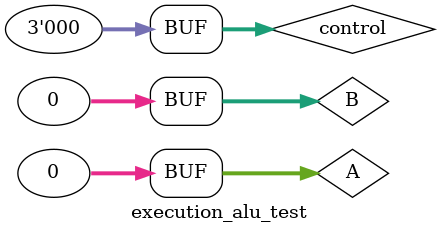
<source format=v>
`timescale 1ns / 1ps


module execution_alu_test;

	// Inputs
	reg [31:0] A;
	reg [31:0] B;
	reg [2:0] control;

	// Outputs
	wire [31:0] result;
	wire zero;

	// Instantiate the Unit Under Test (UUT)
	execution_alu uut (
		.A(A), 
		.B(B), 
		.control(control), 
		.result(result), 
		.zero(zero)
	);

	initial begin
		// Initialize Inputs
		A = 1;
		B = 1;
		control = 010;

		// Wait 100 ns for global reset to finish
		#100;
		A = 4;
		B = 1;
		control = 110;
		
		#100;
		A = 0;
		B = 0;
		control = 000;
		
        
		// Add stimulus here

	end
      
endmodule


</source>
